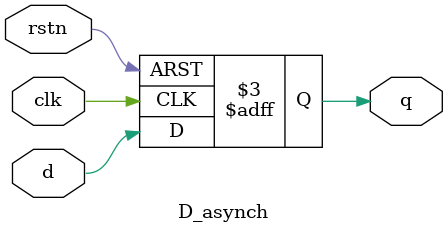
<source format=v>
`timescale 1ns / 1ps

//Synch
module D_flipflop(
    input d,
    input rstn,
    input clk,
    output reg q
    );
    
    always @ (posedge clk)
        if (!rstn)
            q <= 0;
        else
            q <= d;
    
endmodule

module D_asynch(
    input d,
    input rstn,
    input clk,
    output reg q
    );
    
    always @ (posedge clk or negedge rstn)
        if (!rstn)
            q <= 0;
        else
            q <= d;
endmodule

</source>
